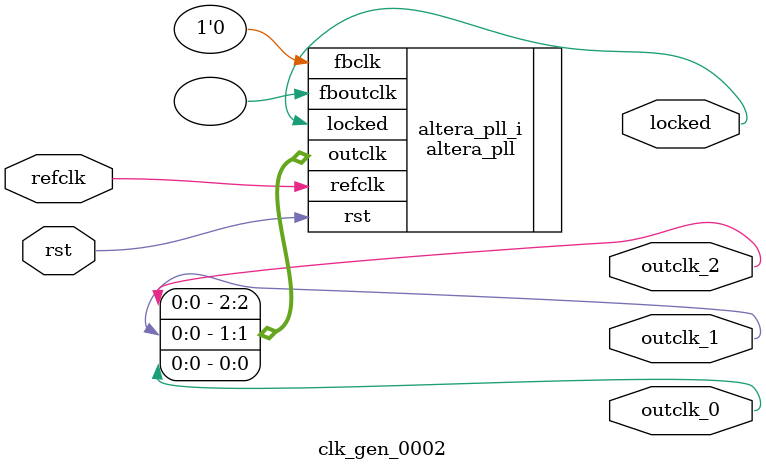
<source format=v>
`timescale 1ns/10ps
module  clk_gen_0002(

	// interface 'refclk'
	input wire refclk,

	// interface 'reset'
	input wire rst,

	// interface 'outclk0'
	output wire outclk_0,

	// interface 'outclk1'
	output wire outclk_1,

	// interface 'outclk2'
	output wire outclk_2,

	// interface 'locked'
	output wire locked
);

	altera_pll #(
		.fractional_vco_multiplier("false"),
		.reference_clock_frequency("50.0 MHz"),
		.operation_mode("direct"),
		.number_of_clocks(3),
		.output_clock_frequency0("100.000000 MHz"),
		.phase_shift0("0 ps"),
		.duty_cycle0(50),
		.output_clock_frequency1("50.000000 MHz"),
		.phase_shift1("0 ps"),
		.duty_cycle1(50),
		.output_clock_frequency2("25.000000 MHz"),
		.phase_shift2("0 ps"),
		.duty_cycle2(50),
		.output_clock_frequency3("0 MHz"),
		.phase_shift3("0 ps"),
		.duty_cycle3(50),
		.output_clock_frequency4("0 MHz"),
		.phase_shift4("0 ps"),
		.duty_cycle4(50),
		.output_clock_frequency5("0 MHz"),
		.phase_shift5("0 ps"),
		.duty_cycle5(50),
		.output_clock_frequency6("0 MHz"),
		.phase_shift6("0 ps"),
		.duty_cycle6(50),
		.output_clock_frequency7("0 MHz"),
		.phase_shift7("0 ps"),
		.duty_cycle7(50),
		.output_clock_frequency8("0 MHz"),
		.phase_shift8("0 ps"),
		.duty_cycle8(50),
		.output_clock_frequency9("0 MHz"),
		.phase_shift9("0 ps"),
		.duty_cycle9(50),
		.output_clock_frequency10("0 MHz"),
		.phase_shift10("0 ps"),
		.duty_cycle10(50),
		.output_clock_frequency11("0 MHz"),
		.phase_shift11("0 ps"),
		.duty_cycle11(50),
		.output_clock_frequency12("0 MHz"),
		.phase_shift12("0 ps"),
		.duty_cycle12(50),
		.output_clock_frequency13("0 MHz"),
		.phase_shift13("0 ps"),
		.duty_cycle13(50),
		.output_clock_frequency14("0 MHz"),
		.phase_shift14("0 ps"),
		.duty_cycle14(50),
		.output_clock_frequency15("0 MHz"),
		.phase_shift15("0 ps"),
		.duty_cycle15(50),
		.output_clock_frequency16("0 MHz"),
		.phase_shift16("0 ps"),
		.duty_cycle16(50),
		.output_clock_frequency17("0 MHz"),
		.phase_shift17("0 ps"),
		.duty_cycle17(50),
		.pll_type("General"),
		.pll_subtype("General")
	) altera_pll_i (
		.rst	(rst),
		.outclk	({outclk_2, outclk_1, outclk_0}),
		.locked	(locked),
		.fboutclk	( ),
		.fbclk	(1'b0),
		.refclk	(refclk)
	);
endmodule


</source>
